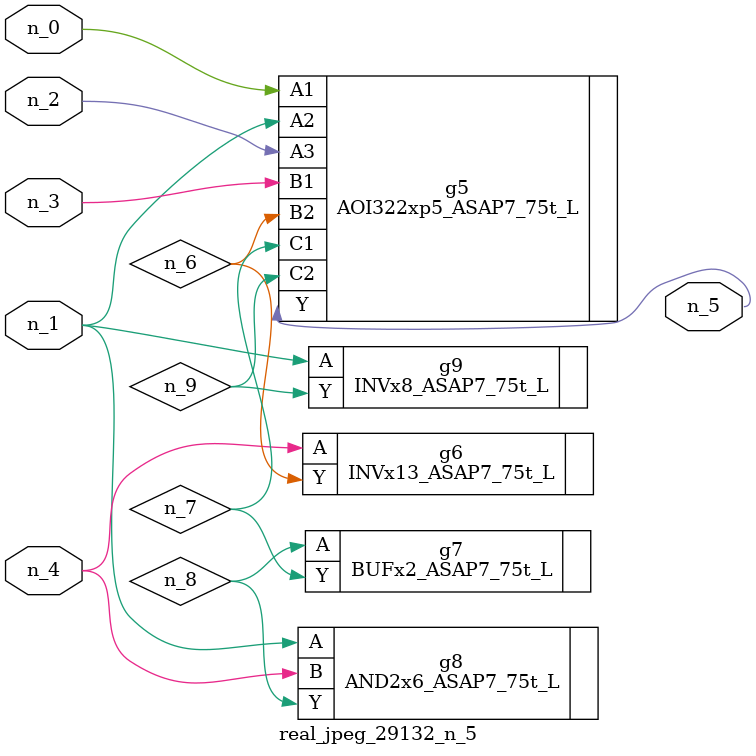
<source format=v>
module real_jpeg_29132_n_5 (n_4, n_0, n_1, n_2, n_3, n_5);

input n_4;
input n_0;
input n_1;
input n_2;
input n_3;

output n_5;

wire n_8;
wire n_6;
wire n_7;
wire n_9;

AOI322xp5_ASAP7_75t_L g5 ( 
.A1(n_0),
.A2(n_1),
.A3(n_2),
.B1(n_3),
.B2(n_6),
.C1(n_7),
.C2(n_9),
.Y(n_5)
);

AND2x6_ASAP7_75t_L g8 ( 
.A(n_1),
.B(n_4),
.Y(n_8)
);

INVx8_ASAP7_75t_L g9 ( 
.A(n_1),
.Y(n_9)
);

INVx13_ASAP7_75t_L g6 ( 
.A(n_4),
.Y(n_6)
);

BUFx2_ASAP7_75t_L g7 ( 
.A(n_8),
.Y(n_7)
);


endmodule
</source>
